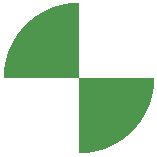
<source format=gbr>
*
%FSLAX24Y24*%
%MOIN*%
G04 A1 - bfr500 *
%AMA1round_butterfly*
1,1,0.001000,-0.249500,0.000500*
1,1,0.001000,-0.248511,0.022188*
20,1,0.001000,-0.249500,0.000500,-0.248511,0.022188,0.0*
1,1,0.001000,-0.248511,0.022188*
1,1,0.001000,-0.245642,0.043708*
20,1,0.001000,-0.248511,0.022188,-0.245642,0.043708,0.0*
1,1,0.001000,-0.245642,0.043708*
1,1,0.001000,-0.240912,0.064897*
20,1,0.001000,-0.245642,0.043708,-0.240912,0.064897,0.0*
1,1,0.001000,-0.240912,0.064897*
1,1,0.001000,-0.234358,0.085595*
20,1,0.001000,-0.240912,0.064897,-0.234358,0.085595,0.0*
1,1,0.001000,-0.234358,0.085595*
1,1,0.001000,-0.226030,0.105645*
20,1,0.001000,-0.234358,0.085595,-0.226030,0.105645,0.0*
1,1,0.001000,-0.226030,0.105645*
1,1,0.001000,-0.215990,0.124894*
20,1,0.001000,-0.226030,0.105645,-0.215990,0.124894,0.0*
1,1,0.001000,-0.215990,0.124894*
1,1,0.001000,-0.204315,0.143198*
20,1,0.001000,-0.215990,0.124894,-0.204315,0.143198,0.0*
1,1,0.001000,-0.204315,0.143198*
1,1,0.001000,-0.191092,0.160418*
20,1,0.001000,-0.204315,0.143198,-0.191092,0.160418,0.0*
1,1,0.001000,-0.191092,0.160418*
1,1,0.001000,-0.176423,0.176423*
20,1,0.001000,-0.191092,0.160418,-0.176423,0.176423,0.0*
1,1,0.001000,-0.176423,0.176423*
1,1,0.001000,-0.160418,0.191092*
20,1,0.001000,-0.176423,0.176423,-0.160418,0.191092,0.0*
1,1,0.001000,-0.160418,0.191092*
1,1,0.001000,-0.143198,0.204315*
20,1,0.001000,-0.160418,0.191092,-0.143198,0.204315,0.0*
1,1,0.001000,-0.143198,0.204315*
1,1,0.001000,-0.124894,0.215990*
20,1,0.001000,-0.143198,0.204315,-0.124894,0.215990,0.0*
1,1,0.001000,-0.124894,0.215990*
1,1,0.001000,-0.105645,0.226030*
20,1,0.001000,-0.124894,0.215990,-0.105645,0.226030,0.0*
1,1,0.001000,-0.105645,0.226030*
1,1,0.001000,-0.085595,0.234358*
20,1,0.001000,-0.105645,0.226030,-0.085595,0.234358,0.0*
1,1,0.001000,-0.085595,0.234358*
1,1,0.001000,-0.064897,0.240912*
20,1,0.001000,-0.085595,0.234358,-0.064897,0.240912,0.0*
1,1,0.001000,-0.064897,0.240912*
1,1,0.001000,-0.043708,0.245642*
20,1,0.001000,-0.064897,0.240912,-0.043708,0.245642,0.0*
1,1,0.001000,-0.043708,0.245642*
1,1,0.001000,-0.022188,0.248511*
20,1,0.001000,-0.043708,0.245642,-0.022188,0.248511,0.0*
1,1,0.001000,-0.022188,0.248511*
1,1,0.001000,-0.000500,0.249500*
20,1,0.001000,-0.022188,0.248511,-0.000500,0.249500,0.0*
1,1,0.001000,-0.000500,0.249500*
1,1,0.001000,-0.000500,0.000500*
20,1,0.001000,-0.000500,0.249500,-0.000500,0.000500,0.0*
1,1,0.001000,-0.000500,0.000500*
1,1,0.001000,-0.249500,0.000500*
20,1,0.001000,-0.000500,0.000500,-0.249500,0.000500,0.0*
1,1,0.001000,0.000500,-0.249500*
1,1,0.001000,0.000500,-0.000500*
20,1,0.001000,0.000500,-0.249500,0.000500,-0.000500,0.0*
1,1,0.001000,0.000500,-0.000500*
1,1,0.001000,0.249500,-0.000500*
20,1,0.001000,0.000500,-0.000500,0.249500,-0.000500,0.0*
1,1,0.001000,0.249500,-0.000500*
1,1,0.001000,0.248511,-0.022188*
20,1,0.001000,0.249500,-0.000500,0.248511,-0.022188,0.0*
1,1,0.001000,0.248511,-0.022188*
1,1,0.001000,0.245642,-0.043708*
20,1,0.001000,0.248511,-0.022188,0.245642,-0.043708,0.0*
1,1,0.001000,0.245642,-0.043708*
1,1,0.001000,0.240912,-0.064897*
20,1,0.001000,0.245642,-0.043708,0.240912,-0.064897,0.0*
1,1,0.001000,0.240912,-0.064897*
1,1,0.001000,0.234358,-0.085595*
20,1,0.001000,0.240912,-0.064897,0.234358,-0.085595,0.0*
1,1,0.001000,0.234358,-0.085595*
1,1,0.001000,0.226030,-0.105645*
20,1,0.001000,0.234358,-0.085595,0.226030,-0.105645,0.0*
1,1,0.001000,0.226030,-0.105645*
1,1,0.001000,0.215990,-0.124894*
20,1,0.001000,0.226030,-0.105645,0.215990,-0.124894,0.0*
1,1,0.001000,0.215990,-0.124894*
1,1,0.001000,0.204315,-0.143198*
20,1,0.001000,0.215990,-0.124894,0.204315,-0.143198,0.0*
1,1,0.001000,0.204315,-0.143198*
1,1,0.001000,0.191092,-0.160418*
20,1,0.001000,0.204315,-0.143198,0.191092,-0.160418,0.0*
1,1,0.001000,0.191092,-0.160418*
1,1,0.001000,0.176423,-0.176423*
20,1,0.001000,0.191092,-0.160418,0.176423,-0.176423,0.0*
1,1,0.001000,0.176423,-0.176423*
1,1,0.001000,0.160418,-0.191092*
20,1,0.001000,0.176423,-0.176423,0.160418,-0.191092,0.0*
1,1,0.001000,0.160418,-0.191092*
1,1,0.001000,0.143198,-0.204315*
20,1,0.001000,0.160418,-0.191092,0.143198,-0.204315,0.0*
1,1,0.001000,0.143198,-0.204315*
1,1,0.001000,0.124894,-0.215990*
20,1,0.001000,0.143198,-0.204315,0.124894,-0.215990,0.0*
1,1,0.001000,0.124894,-0.215990*
1,1,0.001000,0.105645,-0.226030*
20,1,0.001000,0.124894,-0.215990,0.105645,-0.226030,0.0*
1,1,0.001000,0.105645,-0.226030*
1,1,0.001000,0.085595,-0.234358*
20,1,0.001000,0.105645,-0.226030,0.085595,-0.234358,0.0*
1,1,0.001000,0.085595,-0.234358*
1,1,0.001000,0.064897,-0.240912*
20,1,0.001000,0.085595,-0.234358,0.064897,-0.240912,0.0*
1,1,0.001000,0.064897,-0.240912*
1,1,0.001000,0.043708,-0.245642*
20,1,0.001000,0.064897,-0.240912,0.043708,-0.245642,0.0*
1,1,0.001000,0.043708,-0.245642*
1,1,0.001000,0.022188,-0.248511*
20,1,0.001000,0.043708,-0.245642,0.022188,-0.248511,0.0*
1,1,0.001000,0.022188,-0.248511*
1,1,0.001000,0.000500,-0.249500*
20,1,0.001000,0.022188,-0.248511,0.000500,-0.249500,0.0*
1,1,0.064000,-0.215639,0.032000*
1,1,0.064000,-0.032000,0.032000*
20,1,0.064000,-0.215639,0.032000,-0.032000,0.032000,0.0*
1,1,0.064000,-0.196693,0.094000*
1,1,0.064000,-0.032000,0.094000*
20,1,0.064000,-0.196693,0.094000,-0.032000,0.094000,0.0*
1,1,0.064000,-0.152276,0.156000*
1,1,0.064000,-0.032000,0.156000*
20,1,0.064000,-0.152276,0.156000,-0.032000,0.156000,0.0*
1,1,0.002000,-0.248998,0.001000*
1,1,0.002000,-0.247973,0.022587*
20,1,0.002000,-0.248998,0.001000,-0.247973,0.022587,0.0*
1,1,0.002000,-0.247973,0.022587*
1,1,0.002000,-0.245081,0.044004*
20,1,0.002000,-0.247973,0.022587,-0.245081,0.044004,0.0*
1,1,0.002000,-0.245081,0.044004*
1,1,0.002000,-0.240342,0.065090*
20,1,0.002000,-0.245081,0.044004,-0.240342,0.065090,0.0*
1,1,0.002000,-0.240342,0.065090*
1,1,0.002000,-0.233793,0.085685*
20,1,0.002000,-0.240342,0.065090,-0.233793,0.085685,0.0*
1,1,0.002000,-0.233793,0.085685*
1,1,0.002000,-0.225482,0.105635*
20,1,0.002000,-0.233793,0.085685,-0.225482,0.105635,0.0*
1,1,0.002000,-0.225482,0.105635*
1,1,0.002000,-0.215473,0.124789*
20,1,0.002000,-0.225482,0.105635,-0.215473,0.124789,0.0*
1,1,0.002000,-0.215473,0.124789*
1,1,0.002000,-0.203841,0.143002*
20,1,0.002000,-0.215473,0.124789,-0.203841,0.143002,0.0*
1,1,0.002000,-0.203841,0.143002*
1,1,0.002000,-0.190674,0.160139*
20,1,0.002000,-0.203841,0.143002,-0.190674,0.160139,0.0*
1,1,0.002000,-0.190674,0.160139*
1,1,0.002000,-0.176070,0.176070*
20,1,0.002000,-0.190674,0.160139,-0.176070,0.176070,0.0*
1,1,0.002000,-0.176070,0.176070*
1,1,0.002000,-0.160139,0.190674*
20,1,0.002000,-0.176070,0.176070,-0.160139,0.190674,0.0*
1,1,0.002000,-0.160139,0.190674*
1,1,0.002000,-0.143002,0.203841*
20,1,0.002000,-0.160139,0.190674,-0.143002,0.203841,0.0*
1,1,0.002000,-0.143002,0.203841*
1,1,0.002000,-0.124789,0.215473*
20,1,0.002000,-0.143002,0.203841,-0.124789,0.215473,0.0*
1,1,0.002000,-0.124789,0.215473*
1,1,0.002000,-0.105635,0.225482*
20,1,0.002000,-0.124789,0.215473,-0.105635,0.225482,0.0*
1,1,0.002000,-0.105635,0.225482*
1,1,0.002000,-0.085685,0.233793*
20,1,0.002000,-0.105635,0.225482,-0.085685,0.233793,0.0*
1,1,0.002000,-0.085685,0.233793*
1,1,0.002000,-0.065090,0.240342*
20,1,0.002000,-0.085685,0.233793,-0.065090,0.240342,0.0*
1,1,0.002000,-0.065090,0.240342*
1,1,0.002000,-0.044004,0.245081*
20,1,0.002000,-0.065090,0.240342,-0.044004,0.245081,0.0*
1,1,0.002000,-0.044004,0.245081*
1,1,0.002000,-0.022587,0.247973*
20,1,0.002000,-0.044004,0.245081,-0.022587,0.247973,0.0*
1,1,0.002000,-0.022587,0.247973*
1,1,0.002000,-0.001000,0.248998*
20,1,0.002000,-0.022587,0.247973,-0.001000,0.248998,0.0*
1,1,0.002000,-0.001000,0.248998*
1,1,0.002000,-0.001000,0.001000*
20,1,0.002000,-0.001000,0.248998,-0.001000,0.001000,0.0*
1,1,0.064000,-0.215639,0.032000*
1,1,0.064000,-0.211830,0.051496*
20,1,0.064000,-0.215639,0.032000,-0.211830,0.051496,0.0*
1,1,0.064000,-0.211830,0.051496*
1,1,0.064000,-0.206263,0.070565*
20,1,0.064000,-0.211830,0.051496,-0.206263,0.070565,0.0*
1,1,0.064000,-0.206263,0.070565*
1,1,0.064000,-0.198984,0.089048*
20,1,0.064000,-0.206263,0.070565,-0.198984,0.089048,0.0*
1,1,0.064000,-0.198984,0.089048*
1,1,0.064000,-0.190052,0.106791*
20,1,0.064000,-0.198984,0.089048,-0.190052,0.106791,0.0*
1,1,0.064000,-0.190052,0.106791*
1,1,0.064000,-0.179542,0.123647*
20,1,0.064000,-0.190052,0.106791,-0.179542,0.123647,0.0*
1,1,0.064000,-0.179542,0.123647*
1,1,0.064000,-0.167541,0.139477*
20,1,0.064000,-0.179542,0.123647,-0.167541,0.139477,0.0*
1,1,0.064000,-0.167541,0.139477*
1,1,0.064000,-0.154149,0.154149*
20,1,0.064000,-0.167541,0.139477,-0.154149,0.154149,0.0*
1,1,0.064000,-0.154149,0.154149*
1,1,0.064000,-0.139477,0.167541*
20,1,0.064000,-0.154149,0.154149,-0.139477,0.167541,0.0*
1,1,0.064000,-0.139477,0.167541*
1,1,0.064000,-0.123647,0.179542*
20,1,0.064000,-0.139477,0.167541,-0.123647,0.179542,0.0*
1,1,0.064000,-0.123647,0.179542*
1,1,0.064000,-0.106791,0.190052*
20,1,0.064000,-0.123647,0.179542,-0.106791,0.190052,0.0*
1,1,0.064000,-0.106791,0.190052*
1,1,0.064000,-0.089048,0.198984*
20,1,0.064000,-0.106791,0.190052,-0.089048,0.198984,0.0*
1,1,0.064000,-0.089048,0.198984*
1,1,0.064000,-0.070565,0.206263*
20,1,0.064000,-0.089048,0.198984,-0.070565,0.206263,0.0*
1,1,0.064000,-0.070565,0.206263*
1,1,0.064000,-0.051496,0.211830*
20,1,0.064000,-0.070565,0.206263,-0.051496,0.211830,0.0*
1,1,0.064000,-0.051496,0.211830*
1,1,0.064000,-0.032000,0.215639*
20,1,0.064000,-0.051496,0.211830,-0.032000,0.215639,0.0*
1,1,0.064000,-0.032000,0.215639*
1,1,0.064000,-0.032000,0.032000*
20,1,0.064000,-0.032000,0.215639,-0.032000,0.032000,0.0*
1,1,0.002000,-0.001000,0.001000*
1,1,0.002000,-0.248998,0.001000*
20,1,0.002000,-0.001000,0.001000,-0.248998,0.001000,0.0*
1,1,0.004000,-0.247992,0.002000*
1,1,0.004000,-0.246895,0.023385*
20,1,0.004000,-0.247992,0.002000,-0.246895,0.023385,0.0*
1,1,0.004000,-0.246895,0.023385*
1,1,0.004000,-0.243957,0.044596*
20,1,0.004000,-0.246895,0.023385,-0.243957,0.044596,0.0*
1,1,0.004000,-0.243957,0.044596*
1,1,0.004000,-0.239201,0.065474*
20,1,0.004000,-0.243957,0.044596,-0.239201,0.065474,0.0*
1,1,0.004000,-0.239201,0.065474*
1,1,0.004000,-0.232661,0.085864*
20,1,0.004000,-0.239201,0.065474,-0.232661,0.085864,0.0*
1,1,0.004000,-0.232661,0.085864*
1,1,0.004000,-0.224387,0.105614*
20,1,0.004000,-0.232661,0.085864,-0.224387,0.105614,0.0*
1,1,0.004000,-0.224387,0.105614*
1,1,0.004000,-0.214440,0.124577*
20,1,0.004000,-0.224387,0.105614,-0.214440,0.124577,0.0*
1,1,0.004000,-0.214440,0.124577*
1,1,0.004000,-0.202894,0.142611*
20,1,0.004000,-0.214440,0.124577,-0.202894,0.142611,0.0*
1,1,0.004000,-0.202894,0.142611*
1,1,0.004000,-0.189836,0.159581*
20,1,0.004000,-0.202894,0.142611,-0.189836,0.159581,0.0*
1,1,0.004000,-0.189836,0.159581*
1,1,0.004000,-0.175362,0.175362*
20,1,0.004000,-0.189836,0.159581,-0.175362,0.175362,0.0*
1,1,0.004000,-0.175362,0.175362*
1,1,0.004000,-0.159581,0.189836*
20,1,0.004000,-0.175362,0.175362,-0.159581,0.189836,0.0*
1,1,0.004000,-0.159581,0.189836*
1,1,0.004000,-0.142611,0.202894*
20,1,0.004000,-0.159581,0.189836,-0.142611,0.202894,0.0*
1,1,0.004000,-0.142611,0.202894*
1,1,0.004000,-0.124577,0.214440*
20,1,0.004000,-0.142611,0.202894,-0.124577,0.214440,0.0*
1,1,0.004000,-0.124577,0.214440*
1,1,0.004000,-0.105614,0.224387*
20,1,0.004000,-0.124577,0.214440,-0.105614,0.224387,0.0*
1,1,0.004000,-0.105614,0.224387*
1,1,0.004000,-0.085864,0.232661*
20,1,0.004000,-0.105614,0.224387,-0.085864,0.232661,0.0*
1,1,0.004000,-0.085864,0.232661*
1,1,0.004000,-0.065474,0.239201*
20,1,0.004000,-0.085864,0.232661,-0.065474,0.239201,0.0*
1,1,0.004000,-0.065474,0.239201*
1,1,0.004000,-0.044596,0.243957*
20,1,0.004000,-0.065474,0.239201,-0.044596,0.243957,0.0*
1,1,0.004000,-0.044596,0.243957*
1,1,0.004000,-0.023385,0.246895*
20,1,0.004000,-0.044596,0.243957,-0.023385,0.246895,0.0*
1,1,0.004000,-0.023385,0.246895*
1,1,0.004000,-0.002000,0.247992*
20,1,0.004000,-0.023385,0.246895,-0.002000,0.247992,0.0*
1,1,0.004000,-0.002000,0.002000*
1,1,0.004000,-0.247992,0.002000*
20,1,0.004000,-0.002000,0.002000,-0.247992,0.002000,0.0*
1,1,0.008000,-0.245967,0.004000*
1,1,0.008000,-0.244728,0.024980*
20,1,0.008000,-0.245967,0.004000,-0.244728,0.024980,0.0*
1,1,0.008000,-0.244728,0.024980*
1,1,0.008000,-0.241703,0.045778*
20,1,0.008000,-0.244728,0.024980,-0.241703,0.045778,0.0*
1,1,0.008000,-0.241703,0.045778*
1,1,0.008000,-0.236914,0.066242*
20,1,0.008000,-0.241703,0.045778,-0.236914,0.066242,0.0*
1,1,0.008000,-0.236914,0.066242*
1,1,0.008000,-0.230395,0.086222*
20,1,0.008000,-0.236914,0.066242,-0.230395,0.086222,0.0*
1,1,0.008000,-0.230395,0.086222*
1,1,0.008000,-0.222194,0.105573*
20,1,0.008000,-0.230395,0.086222,-0.222194,0.105573,0.0*
1,1,0.008000,-0.222194,0.105573*
1,1,0.008000,-0.212372,0.124153*
20,1,0.008000,-0.222194,0.105573,-0.212372,0.124153,0.0*
1,1,0.008000,-0.212372,0.124153*
1,1,0.008000,-0.201000,0.141827*
20,1,0.008000,-0.212372,0.124153,-0.201000,0.141827,0.0*
1,1,0.008000,-0.201000,0.141827*
1,1,0.008000,-0.188161,0.158466*
20,1,0.008000,-0.201000,0.141827,-0.188161,0.158466,0.0*
1,1,0.008000,-0.188161,0.158466*
1,1,0.008000,-0.173948,0.173948*
20,1,0.008000,-0.188161,0.158466,-0.173948,0.173948,0.0*
1,1,0.008000,-0.173948,0.173948*
1,1,0.008000,-0.158466,0.188161*
20,1,0.008000,-0.173948,0.173948,-0.158466,0.188161,0.0*
1,1,0.008000,-0.158466,0.188161*
1,1,0.008000,-0.141827,0.201000*
20,1,0.008000,-0.158466,0.188161,-0.141827,0.201000,0.0*
1,1,0.008000,-0.141827,0.201000*
1,1,0.008000,-0.124153,0.212372*
20,1,0.008000,-0.141827,0.201000,-0.124153,0.212372,0.0*
1,1,0.008000,-0.124153,0.212372*
1,1,0.008000,-0.105573,0.222194*
20,1,0.008000,-0.124153,0.212372,-0.105573,0.222194,0.0*
1,1,0.008000,-0.105573,0.222194*
1,1,0.008000,-0.086222,0.230395*
20,1,0.008000,-0.105573,0.222194,-0.086222,0.230395,0.0*
1,1,0.008000,-0.086222,0.230395*
1,1,0.008000,-0.066242,0.236914*
20,1,0.008000,-0.086222,0.230395,-0.066242,0.236914,0.0*
1,1,0.008000,-0.066242,0.236914*
1,1,0.008000,-0.045778,0.241703*
20,1,0.008000,-0.066242,0.236914,-0.045778,0.241703,0.0*
1,1,0.008000,-0.045778,0.241703*
1,1,0.008000,-0.024980,0.244728*
20,1,0.008000,-0.045778,0.241703,-0.024980,0.244728,0.0*
1,1,0.008000,-0.024980,0.244728*
1,1,0.008000,-0.004000,0.245967*
20,1,0.008000,-0.024980,0.244728,-0.004000,0.245967,0.0*
1,1,0.008000,-0.004000,0.004000*
1,1,0.008000,-0.245968,0.004000*
20,1,0.008000,-0.004000,0.004000,-0.245968,0.004000,0.0*
1,1,0.016000,-0.241868,0.008000*
1,1,0.016000,-0.240214,0.029348*
20,1,0.016000,-0.241868,0.008000,-0.240214,0.029348,0.0*
1,1,0.016000,-0.240214,0.029348*
1,1,0.016000,-0.236679,0.050467*
20,1,0.016000,-0.240214,0.029348,-0.236679,0.050467,0.0*
1,1,0.016000,-0.236679,0.050467*
1,1,0.016000,-0.231292,0.071191*
20,1,0.016000,-0.236679,0.050467,-0.231292,0.071191,0.0*
1,1,0.016000,-0.231292,0.071191*
1,1,0.016000,-0.224094,0.091357*
20,1,0.016000,-0.231292,0.071191,-0.224094,0.091357,0.0*
1,1,0.016000,-0.224094,0.091357*
1,1,0.016000,-0.215141,0.110808*
20,1,0.016000,-0.224094,0.091357,-0.215141,0.110808,0.0*
1,1,0.016000,-0.215141,0.110808*
1,1,0.016000,-0.204504,0.129391*
20,1,0.016000,-0.215141,0.110808,-0.204504,0.129391,0.0*
1,1,0.016000,-0.204504,0.129391*
1,1,0.016000,-0.192266,0.146962*
20,1,0.016000,-0.204504,0.129391,-0.192266,0.146962,0.0*
1,1,0.016000,-0.192266,0.146962*
1,1,0.016000,-0.178523,0.163382*
20,1,0.016000,-0.192266,0.146962,-0.178523,0.163382,0.0*
1,1,0.016000,-0.178523,0.163382*
1,1,0.016000,-0.163382,0.178523*
20,1,0.016000,-0.178523,0.163382,-0.163382,0.178523,0.0*
1,1,0.016000,-0.163382,0.178523*
1,1,0.016000,-0.146962,0.192266*
20,1,0.016000,-0.163382,0.178523,-0.146962,0.192266,0.0*
1,1,0.016000,-0.146962,0.192266*
1,1,0.016000,-0.129391,0.204504*
20,1,0.016000,-0.146962,0.192266,-0.129391,0.204504,0.0*
1,1,0.016000,-0.129391,0.204504*
1,1,0.016000,-0.110808,0.215141*
20,1,0.016000,-0.129391,0.204504,-0.110808,0.215141,0.0*
1,1,0.016000,-0.110808,0.215141*
1,1,0.016000,-0.091357,0.224094*
20,1,0.016000,-0.110808,0.215141,-0.091357,0.224094,0.0*
1,1,0.016000,-0.091357,0.224094*
1,1,0.016000,-0.071191,0.231292*
20,1,0.016000,-0.091357,0.224094,-0.071191,0.231292,0.0*
1,1,0.016000,-0.071191,0.231292*
1,1,0.016000,-0.050467,0.236679*
20,1,0.016000,-0.071191,0.231292,-0.050467,0.236679,0.0*
1,1,0.016000,-0.050467,0.236679*
1,1,0.016000,-0.029348,0.240214*
20,1,0.016000,-0.050467,0.236679,-0.029348,0.240214,0.0*
1,1,0.016000,-0.029348,0.240214*
1,1,0.016000,-0.008000,0.241868*
20,1,0.016000,-0.029348,0.240214,-0.008000,0.241868,0.0*
1,1,0.016000,-0.008000,0.008000*
1,1,0.016000,-0.241868,0.008000*
20,1,0.016000,-0.008000,0.008000,-0.241868,0.008000,0.0*
1,1,0.032000,-0.233452,0.016000*
1,1,0.032000,-0.231083,0.036830*
20,1,0.032000,-0.233452,0.016000,-0.231083,0.036830,0.0*
1,1,0.032000,-0.231083,0.036830*
1,1,0.032000,-0.226860,0.057364*
20,1,0.032000,-0.231083,0.036830,-0.226860,0.057364,0.0*
1,1,0.032000,-0.226860,0.057364*
1,1,0.032000,-0.220815,0.077438*
20,1,0.032000,-0.226860,0.057364,-0.220815,0.077438,0.0*
1,1,0.032000,-0.220815,0.077438*
1,1,0.032000,-0.212998,0.096891*
20,1,0.032000,-0.220815,0.077438,-0.212998,0.096891,0.0*
1,1,0.032000,-0.212998,0.096891*
1,1,0.032000,-0.203471,0.115566*
20,1,0.032000,-0.212998,0.096891,-0.203471,0.115566,0.0*
1,1,0.032000,-0.203471,0.115566*
1,1,0.032000,-0.192312,0.133313*
20,1,0.032000,-0.203471,0.115566,-0.192312,0.133313,0.0*
1,1,0.032000,-0.192312,0.133313*
1,1,0.032000,-0.179608,0.149990*
20,1,0.032000,-0.192312,0.133313,-0.179608,0.149990,0.0*
1,1,0.032000,-0.179608,0.149990*
1,1,0.032000,-0.165463,0.165463*
20,1,0.032000,-0.179608,0.149990,-0.165463,0.165463,0.0*
1,1,0.032000,-0.165463,0.165463*
1,1,0.032000,-0.149990,0.179608*
20,1,0.032000,-0.165463,0.165463,-0.149990,0.179608,0.0*
1,1,0.032000,-0.149990,0.179608*
1,1,0.032000,-0.133313,0.192312*
20,1,0.032000,-0.149990,0.179608,-0.133313,0.192312,0.0*
1,1,0.032000,-0.133313,0.192312*
1,1,0.032000,-0.115566,0.203471*
20,1,0.032000,-0.133313,0.192312,-0.115566,0.203471,0.0*
1,1,0.032000,-0.115566,0.203471*
1,1,0.032000,-0.096891,0.212998*
20,1,0.032000,-0.115566,0.203471,-0.096891,0.212998,0.0*
1,1,0.032000,-0.096891,0.212998*
1,1,0.032000,-0.077438,0.220815*
20,1,0.032000,-0.096891,0.212998,-0.077438,0.220815,0.0*
1,1,0.032000,-0.077438,0.220815*
1,1,0.032000,-0.057364,0.226860*
20,1,0.032000,-0.077438,0.220815,-0.057364,0.226860,0.0*
1,1,0.032000,-0.057364,0.226860*
1,1,0.032000,-0.036830,0.231083*
20,1,0.032000,-0.057364,0.226860,-0.036830,0.231083,0.0*
1,1,0.032000,-0.036830,0.231083*
1,1,0.032000,-0.016000,0.233452*
20,1,0.032000,-0.036830,0.231083,-0.016000,0.233452,0.0*
1,1,0.032000,-0.016000,0.016000*
1,1,0.032000,-0.233452,0.016000*
20,1,0.032000,-0.016000,0.016000,-0.233452,0.016000,0.0*
1,1,0.004000,-0.002000,0.247992*
1,1,0.004000,-0.002000,0.002000*
20,1,0.004000,-0.002000,0.247992,-0.002000,0.002000,0.0*
1,1,0.008000,-0.004000,0.245968*
1,1,0.008000,-0.004000,0.004000*
20,1,0.008000,-0.004000,0.245968,-0.004000,0.004000,0.0*
1,1,0.016000,-0.008000,0.241868*
1,1,0.016000,-0.008000,0.008000*
20,1,0.016000,-0.008000,0.241868,-0.008000,0.008000,0.0*
1,1,0.032000,-0.016000,0.233452*
1,1,0.032000,-0.016000,0.016000*
20,1,0.032000,-0.016000,0.233452,-0.016000,0.016000,0.0*
1,1,0.064000,0.032000,-0.156000*
1,1,0.064000,0.152276,-0.156000*
20,1,0.064000,0.032000,-0.156000,0.152276,-0.156000,0.0*
1,1,0.064000,0.032000,-0.094000*
1,1,0.064000,0.196693,-0.094000*
20,1,0.064000,0.032000,-0.094000,0.196693,-0.094000,0.0*
1,1,0.064000,0.032000,-0.032000*
1,1,0.064000,0.215639,-0.032000*
20,1,0.064000,0.032000,-0.032000,0.215639,-0.032000,0.0*
1,1,0.002000,0.001000,-0.248998*
1,1,0.002000,0.001000,-0.001000*
20,1,0.002000,0.001000,-0.248998,0.001000,-0.001000,0.0*
1,1,0.002000,0.248998,-0.001000*
1,1,0.002000,0.247973,-0.022587*
20,1,0.002000,0.248998,-0.001000,0.247973,-0.022587,0.0*
1,1,0.002000,0.247973,-0.022587*
1,1,0.002000,0.245081,-0.044004*
20,1,0.002000,0.247973,-0.022587,0.245081,-0.044004,0.0*
1,1,0.002000,0.245081,-0.044004*
1,1,0.002000,0.240342,-0.065090*
20,1,0.002000,0.245081,-0.044004,0.240342,-0.065090,0.0*
1,1,0.002000,0.240342,-0.065090*
1,1,0.002000,0.233793,-0.085685*
20,1,0.002000,0.240342,-0.065090,0.233793,-0.085685,0.0*
1,1,0.002000,0.233793,-0.085685*
1,1,0.002000,0.225482,-0.105635*
20,1,0.002000,0.233793,-0.085685,0.225482,-0.105635,0.0*
1,1,0.002000,0.225482,-0.105635*
1,1,0.002000,0.215473,-0.124789*
20,1,0.002000,0.225482,-0.105635,0.215473,-0.124789,0.0*
1,1,0.002000,0.215473,-0.124789*
1,1,0.002000,0.203841,-0.143002*
20,1,0.002000,0.215473,-0.124789,0.203841,-0.143002,0.0*
1,1,0.002000,0.203841,-0.143002*
1,1,0.002000,0.190674,-0.160139*
20,1,0.002000,0.203841,-0.143002,0.190674,-0.160139,0.0*
1,1,0.002000,0.190674,-0.160139*
1,1,0.002000,0.176070,-0.176070*
20,1,0.002000,0.190674,-0.160139,0.176070,-0.176070,0.0*
1,1,0.002000,0.176070,-0.176070*
1,1,0.002000,0.160139,-0.190674*
20,1,0.002000,0.176070,-0.176070,0.160139,-0.190674,0.0*
1,1,0.002000,0.160139,-0.190674*
1,1,0.002000,0.143002,-0.203841*
20,1,0.002000,0.160139,-0.190674,0.143002,-0.203841,0.0*
1,1,0.002000,0.143002,-0.203841*
1,1,0.002000,0.124789,-0.215473*
20,1,0.002000,0.143002,-0.203841,0.124789,-0.215473,0.0*
1,1,0.002000,0.124789,-0.215473*
1,1,0.002000,0.105635,-0.225482*
20,1,0.002000,0.124789,-0.215473,0.105635,-0.225482,0.0*
1,1,0.002000,0.105635,-0.225482*
1,1,0.002000,0.085685,-0.233793*
20,1,0.002000,0.105635,-0.225482,0.085685,-0.233793,0.0*
1,1,0.002000,0.085685,-0.233793*
1,1,0.002000,0.065090,-0.240342*
20,1,0.002000,0.085685,-0.233793,0.065090,-0.240342,0.0*
1,1,0.002000,0.065090,-0.240342*
1,1,0.002000,0.044004,-0.245081*
20,1,0.002000,0.065090,-0.240342,0.044004,-0.245081,0.0*
1,1,0.002000,0.044004,-0.245081*
1,1,0.002000,0.022587,-0.247973*
20,1,0.002000,0.044004,-0.245081,0.022587,-0.247973,0.0*
1,1,0.002000,0.022587,-0.247973*
1,1,0.002000,0.001000,-0.248998*
20,1,0.002000,0.022587,-0.247973,0.001000,-0.248998,0.0*
1,1,0.064000,0.032000,-0.215639*
1,1,0.064000,0.032000,-0.032000*
20,1,0.064000,0.032000,-0.215639,0.032000,-0.032000,0.0*
1,1,0.064000,0.215639,-0.032000*
1,1,0.064000,0.211830,-0.051496*
20,1,0.064000,0.215639,-0.032000,0.211830,-0.051496,0.0*
1,1,0.064000,0.211830,-0.051496*
1,1,0.064000,0.206263,-0.070565*
20,1,0.064000,0.211830,-0.051496,0.206263,-0.070565,0.0*
1,1,0.064000,0.206263,-0.070565*
1,1,0.064000,0.198984,-0.089048*
20,1,0.064000,0.206263,-0.070565,0.198984,-0.089048,0.0*
1,1,0.064000,0.198984,-0.089048*
1,1,0.064000,0.190052,-0.106791*
20,1,0.064000,0.198984,-0.089048,0.190052,-0.106791,0.0*
1,1,0.064000,0.190052,-0.106791*
1,1,0.064000,0.179542,-0.123647*
20,1,0.064000,0.190052,-0.106791,0.179542,-0.123647,0.0*
1,1,0.064000,0.179542,-0.123647*
1,1,0.064000,0.167541,-0.139477*
20,1,0.064000,0.179542,-0.123647,0.167541,-0.139477,0.0*
1,1,0.064000,0.167541,-0.139477*
1,1,0.064000,0.154149,-0.154149*
20,1,0.064000,0.167541,-0.139477,0.154149,-0.154149,0.0*
1,1,0.064000,0.154149,-0.154149*
1,1,0.064000,0.139477,-0.167541*
20,1,0.064000,0.154149,-0.154149,0.139477,-0.167541,0.0*
1,1,0.064000,0.139477,-0.167541*
1,1,0.064000,0.123647,-0.179542*
20,1,0.064000,0.139477,-0.167541,0.123647,-0.179542,0.0*
1,1,0.064000,0.123647,-0.179542*
1,1,0.064000,0.106791,-0.190052*
20,1,0.064000,0.123647,-0.179542,0.106791,-0.190052,0.0*
1,1,0.064000,0.106791,-0.190052*
1,1,0.064000,0.089048,-0.198984*
20,1,0.064000,0.106791,-0.190052,0.089048,-0.198984,0.0*
1,1,0.064000,0.089048,-0.198984*
1,1,0.064000,0.070565,-0.206263*
20,1,0.064000,0.089048,-0.198984,0.070565,-0.206263,0.0*
1,1,0.064000,0.070565,-0.206263*
1,1,0.064000,0.051496,-0.211830*
20,1,0.064000,0.070565,-0.206263,0.051496,-0.211830,0.0*
1,1,0.064000,0.051496,-0.211830*
1,1,0.064000,0.032000,-0.215639*
20,1,0.064000,0.051496,-0.211830,0.032000,-0.215639,0.0*
1,1,0.002000,0.001000,-0.001000*
1,1,0.002000,0.248998,-0.001000*
20,1,0.002000,0.001000,-0.001000,0.248998,-0.001000,0.0*
1,1,0.004000,0.002000,-0.247992*
1,1,0.004000,0.002000,-0.002000*
20,1,0.004000,0.002000,-0.247992,0.002000,-0.002000,0.0*
1,1,0.004000,0.247992,-0.002000*
1,1,0.004000,0.246895,-0.023385*
20,1,0.004000,0.247992,-0.002000,0.246895,-0.023385,0.0*
1,1,0.004000,0.246895,-0.023385*
1,1,0.004000,0.243957,-0.044596*
20,1,0.004000,0.246895,-0.023385,0.243957,-0.044596,0.0*
1,1,0.004000,0.243957,-0.044596*
1,1,0.004000,0.239201,-0.065474*
20,1,0.004000,0.243957,-0.044596,0.239201,-0.065474,0.0*
1,1,0.004000,0.239201,-0.065474*
1,1,0.004000,0.232661,-0.085864*
20,1,0.004000,0.239201,-0.065474,0.232661,-0.085864,0.0*
1,1,0.004000,0.232661,-0.085864*
1,1,0.004000,0.224387,-0.105614*
20,1,0.004000,0.232661,-0.085864,0.224387,-0.105614,0.0*
1,1,0.004000,0.224387,-0.105614*
1,1,0.004000,0.214440,-0.124577*
20,1,0.004000,0.224387,-0.105614,0.214440,-0.124577,0.0*
1,1,0.004000,0.214440,-0.124577*
1,1,0.004000,0.202894,-0.142611*
20,1,0.004000,0.214440,-0.124577,0.202894,-0.142611,0.0*
1,1,0.004000,0.202894,-0.142611*
1,1,0.004000,0.189836,-0.159581*
20,1,0.004000,0.202894,-0.142611,0.189836,-0.159581,0.0*
1,1,0.004000,0.189836,-0.159581*
1,1,0.004000,0.175362,-0.175362*
20,1,0.004000,0.189836,-0.159581,0.175362,-0.175362,0.0*
1,1,0.004000,0.175362,-0.175362*
1,1,0.004000,0.159581,-0.189836*
20,1,0.004000,0.175362,-0.175362,0.159581,-0.189836,0.0*
1,1,0.004000,0.159581,-0.189836*
1,1,0.004000,0.142611,-0.202894*
20,1,0.004000,0.159581,-0.189836,0.142611,-0.202894,0.0*
1,1,0.004000,0.142611,-0.202894*
1,1,0.004000,0.124577,-0.214440*
20,1,0.004000,0.142611,-0.202894,0.124577,-0.214440,0.0*
1,1,0.004000,0.124577,-0.214440*
1,1,0.004000,0.105614,-0.224387*
20,1,0.004000,0.124577,-0.214440,0.105614,-0.224387,0.0*
1,1,0.004000,0.105614,-0.224387*
1,1,0.004000,0.085864,-0.232661*
20,1,0.004000,0.105614,-0.224387,0.085864,-0.232661,0.0*
1,1,0.004000,0.085864,-0.232661*
1,1,0.004000,0.065474,-0.239201*
20,1,0.004000,0.085864,-0.232661,0.065474,-0.239201,0.0*
1,1,0.004000,0.065474,-0.239201*
1,1,0.004000,0.044596,-0.243957*
20,1,0.004000,0.065474,-0.239201,0.044596,-0.243957,0.0*
1,1,0.004000,0.044596,-0.243957*
1,1,0.004000,0.023385,-0.246895*
20,1,0.004000,0.044596,-0.243957,0.023385,-0.246895,0.0*
1,1,0.004000,0.023385,-0.246895*
1,1,0.004000,0.002000,-0.247992*
20,1,0.004000,0.023385,-0.246895,0.002000,-0.247992,0.0*
1,1,0.008000,0.004000,-0.245968*
1,1,0.008000,0.004000,-0.004000*
20,1,0.008000,0.004000,-0.245968,0.004000,-0.004000,0.0*
1,1,0.008000,0.245967,-0.004000*
1,1,0.008000,0.244728,-0.024980*
20,1,0.008000,0.245967,-0.004000,0.244728,-0.024980,0.0*
1,1,0.008000,0.244728,-0.024980*
1,1,0.008000,0.241703,-0.045778*
20,1,0.008000,0.244728,-0.024980,0.241703,-0.045778,0.0*
1,1,0.008000,0.241703,-0.045778*
1,1,0.008000,0.236914,-0.066242*
20,1,0.008000,0.241703,-0.045778,0.236914,-0.066242,0.0*
1,1,0.008000,0.236914,-0.066242*
1,1,0.008000,0.230395,-0.086222*
20,1,0.008000,0.236914,-0.066242,0.230395,-0.086222,0.0*
1,1,0.008000,0.230395,-0.086222*
1,1,0.008000,0.222194,-0.105573*
20,1,0.008000,0.230395,-0.086222,0.222194,-0.105573,0.0*
1,1,0.008000,0.222194,-0.105573*
1,1,0.008000,0.212372,-0.124153*
20,1,0.008000,0.222194,-0.105573,0.212372,-0.124153,0.0*
1,1,0.008000,0.212372,-0.124153*
1,1,0.008000,0.201000,-0.141827*
20,1,0.008000,0.212372,-0.124153,0.201000,-0.141827,0.0*
1,1,0.008000,0.201000,-0.141827*
1,1,0.008000,0.188161,-0.158466*
20,1,0.008000,0.201000,-0.141827,0.188161,-0.158466,0.0*
1,1,0.008000,0.188161,-0.158466*
1,1,0.008000,0.173948,-0.173948*
20,1,0.008000,0.188161,-0.158466,0.173948,-0.173948,0.0*
1,1,0.008000,0.173948,-0.173948*
1,1,0.008000,0.158466,-0.188161*
20,1,0.008000,0.173948,-0.173948,0.158466,-0.188161,0.0*
1,1,0.008000,0.158466,-0.188161*
1,1,0.008000,0.141827,-0.201000*
20,1,0.008000,0.158466,-0.188161,0.141827,-0.201000,0.0*
1,1,0.008000,0.141827,-0.201000*
1,1,0.008000,0.124153,-0.212372*
20,1,0.008000,0.141827,-0.201000,0.124153,-0.212372,0.0*
1,1,0.008000,0.124153,-0.212372*
1,1,0.008000,0.105573,-0.222194*
20,1,0.008000,0.124153,-0.212372,0.105573,-0.222194,0.0*
1,1,0.008000,0.105573,-0.222194*
1,1,0.008000,0.086222,-0.230395*
20,1,0.008000,0.105573,-0.222194,0.086222,-0.230395,0.0*
1,1,0.008000,0.086222,-0.230395*
1,1,0.008000,0.066242,-0.236914*
20,1,0.008000,0.086222,-0.230395,0.066242,-0.236914,0.0*
1,1,0.008000,0.066242,-0.236914*
1,1,0.008000,0.045778,-0.241703*
20,1,0.008000,0.066242,-0.236914,0.045778,-0.241703,0.0*
1,1,0.008000,0.045778,-0.241703*
1,1,0.008000,0.024980,-0.244728*
20,1,0.008000,0.045778,-0.241703,0.024980,-0.244728,0.0*
1,1,0.008000,0.024980,-0.244728*
1,1,0.008000,0.004000,-0.245967*
20,1,0.008000,0.024980,-0.244728,0.004000,-0.245967,0.0*
1,1,0.016000,0.008000,-0.241868*
1,1,0.016000,0.008000,-0.008000*
20,1,0.016000,0.008000,-0.241868,0.008000,-0.008000,0.0*
1,1,0.016000,0.241868,-0.008000*
1,1,0.016000,0.240214,-0.029348*
20,1,0.016000,0.241868,-0.008000,0.240214,-0.029348,0.0*
1,1,0.016000,0.240214,-0.029348*
1,1,0.016000,0.236679,-0.050467*
20,1,0.016000,0.240214,-0.029348,0.236679,-0.050467,0.0*
1,1,0.016000,0.236679,-0.050467*
1,1,0.016000,0.231292,-0.071191*
20,1,0.016000,0.236679,-0.050467,0.231292,-0.071191,0.0*
1,1,0.016000,0.231292,-0.071191*
1,1,0.016000,0.224094,-0.091357*
20,1,0.016000,0.231292,-0.071191,0.224094,-0.091357,0.0*
1,1,0.016000,0.224094,-0.091357*
1,1,0.016000,0.215141,-0.110808*
20,1,0.016000,0.224094,-0.091357,0.215141,-0.110808,0.0*
1,1,0.016000,0.215141,-0.110808*
1,1,0.016000,0.204504,-0.129391*
20,1,0.016000,0.215141,-0.110808,0.204504,-0.129391,0.0*
1,1,0.016000,0.204504,-0.129391*
1,1,0.016000,0.192266,-0.146962*
20,1,0.016000,0.204504,-0.129391,0.192266,-0.146962,0.0*
1,1,0.016000,0.192266,-0.146962*
1,1,0.016000,0.178523,-0.163382*
20,1,0.016000,0.192266,-0.146962,0.178523,-0.163382,0.0*
1,1,0.016000,0.178523,-0.163382*
1,1,0.016000,0.163382,-0.178523*
20,1,0.016000,0.178523,-0.163382,0.163382,-0.178523,0.0*
1,1,0.016000,0.163382,-0.178523*
1,1,0.016000,0.146962,-0.192266*
20,1,0.016000,0.163382,-0.178523,0.146962,-0.192266,0.0*
1,1,0.016000,0.146962,-0.192266*
1,1,0.016000,0.129391,-0.204504*
20,1,0.016000,0.146962,-0.192266,0.129391,-0.204504,0.0*
1,1,0.016000,0.129391,-0.204504*
1,1,0.016000,0.110808,-0.215141*
20,1,0.016000,0.129391,-0.204504,0.110808,-0.215141,0.0*
1,1,0.016000,0.110808,-0.215141*
1,1,0.016000,0.091357,-0.224094*
20,1,0.016000,0.110808,-0.215141,0.091357,-0.224094,0.0*
1,1,0.016000,0.091357,-0.224094*
1,1,0.016000,0.071191,-0.231292*
20,1,0.016000,0.091357,-0.224094,0.071191,-0.231292,0.0*
1,1,0.016000,0.071191,-0.231292*
1,1,0.016000,0.050467,-0.236679*
20,1,0.016000,0.071191,-0.231292,0.050467,-0.236679,0.0*
1,1,0.016000,0.050467,-0.236679*
1,1,0.016000,0.029348,-0.240214*
20,1,0.016000,0.050467,-0.236679,0.029348,-0.240214,0.0*
1,1,0.016000,0.029348,-0.240214*
1,1,0.016000,0.008000,-0.241868*
20,1,0.016000,0.029348,-0.240214,0.008000,-0.241868,0.0*
1,1,0.032000,0.016000,-0.233452*
1,1,0.032000,0.016000,-0.016000*
20,1,0.032000,0.016000,-0.233452,0.016000,-0.016000,0.0*
1,1,0.032000,0.233452,-0.016000*
1,1,0.032000,0.231083,-0.036830*
20,1,0.032000,0.233452,-0.016000,0.231083,-0.036830,0.0*
1,1,0.032000,0.231083,-0.036830*
1,1,0.032000,0.226860,-0.057364*
20,1,0.032000,0.231083,-0.036830,0.226860,-0.057364,0.0*
1,1,0.032000,0.226860,-0.057364*
1,1,0.032000,0.220815,-0.077438*
20,1,0.032000,0.226860,-0.057364,0.220815,-0.077438,0.0*
1,1,0.032000,0.220815,-0.077438*
1,1,0.032000,0.212998,-0.096891*
20,1,0.032000,0.220815,-0.077438,0.212998,-0.096891,0.0*
1,1,0.032000,0.212998,-0.096891*
1,1,0.032000,0.203471,-0.115566*
20,1,0.032000,0.212998,-0.096891,0.203471,-0.115566,0.0*
1,1,0.032000,0.203471,-0.115566*
1,1,0.032000,0.192312,-0.133313*
20,1,0.032000,0.203471,-0.115566,0.192312,-0.133313,0.0*
1,1,0.032000,0.192312,-0.133313*
1,1,0.032000,0.179608,-0.149990*
20,1,0.032000,0.192312,-0.133313,0.179608,-0.149990,0.0*
1,1,0.032000,0.179608,-0.149990*
1,1,0.032000,0.165463,-0.165463*
20,1,0.032000,0.179608,-0.149990,0.165463,-0.165463,0.0*
1,1,0.032000,0.165463,-0.165463*
1,1,0.032000,0.149990,-0.179608*
20,1,0.032000,0.165463,-0.165463,0.149990,-0.179608,0.0*
1,1,0.032000,0.149990,-0.179608*
1,1,0.032000,0.133313,-0.192312*
20,1,0.032000,0.149990,-0.179608,0.133313,-0.192312,0.0*
1,1,0.032000,0.133313,-0.192312*
1,1,0.032000,0.115566,-0.203471*
20,1,0.032000,0.133313,-0.192312,0.115566,-0.203471,0.0*
1,1,0.032000,0.115566,-0.203471*
1,1,0.032000,0.096891,-0.212998*
20,1,0.032000,0.115566,-0.203471,0.096891,-0.212998,0.0*
1,1,0.032000,0.096891,-0.212998*
1,1,0.032000,0.077438,-0.220815*
20,1,0.032000,0.096891,-0.212998,0.077438,-0.220815,0.0*
1,1,0.032000,0.077438,-0.220815*
1,1,0.032000,0.057364,-0.226860*
20,1,0.032000,0.077438,-0.220815,0.057364,-0.226860,0.0*
1,1,0.032000,0.057364,-0.226860*
1,1,0.032000,0.036830,-0.231083*
20,1,0.032000,0.057364,-0.226860,0.036830,-0.231083,0.0*
1,1,0.032000,0.036830,-0.231083*
1,1,0.032000,0.016000,-0.233452*
20,1,0.032000,0.036830,-0.231083,0.016000,-0.233452,0.0*
1,1,0.004000,0.002000,-0.002000*
1,1,0.004000,0.247992,-0.002000*
20,1,0.004000,0.002000,-0.002000,0.247992,-0.002000,0.0*
1,1,0.008000,0.004000,-0.004000*
1,1,0.008000,0.245968,-0.004000*
20,1,0.008000,0.004000,-0.004000,0.245968,-0.004000,0.0*
1,1,0.016000,0.008000,-0.008000*
1,1,0.016000,0.241868,-0.008000*
20,1,0.016000,0.008000,-0.008000,0.241868,-0.008000,0.0*
1,1,0.032000,0.016000,-0.016000*
1,1,0.032000,0.233452,-0.016000*
20,1,0.032000,0.016000,-0.016000,0.233452,-0.016000,0.0*
%
%ADD10A1round_butterfly*%
%IPPOS*%
%LNround_butterfly.gbr*%
%LPD*%
%SRX1Y1I0J0*%
G01*
G75*
G54D10*
X000000Y000000D03*
M02*

</source>
